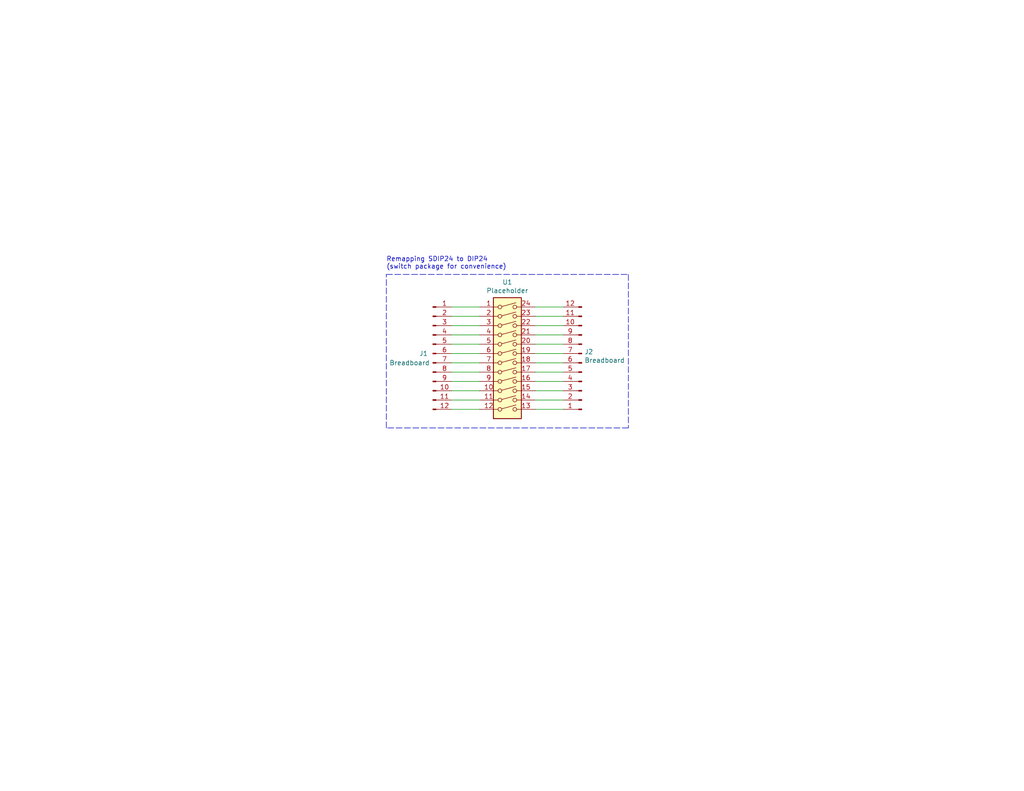
<source format=kicad_sch>
(kicad_sch (version 20211123) (generator eeschema)
  (paper "USLetter")
  (title_block (title "SDIP24 adapter") (date "2021-10-31") (rev "A") (company "Ben Owen"))
  (lib_symbols
    (symbol "Connector:Conn_01x12_Male" (pin_names (offset 1.016) hide)
      (property "Reference" "J" (at 0 15.24 0))
      (property "Value" "Conn_01x12_Male" (at 0 -17.78 0))
      (symbol "Conn_01x12_Male_1_1"
        (polyline (pts (xy 1.27 -15.24) (xy 0.8636 -15.24)) (stroke (width 0.1524)))
        (polyline (pts (xy 1.27 -12.7) (xy 0.8636 -12.7)) (stroke (width 0.1524)))
        (polyline (pts (xy 1.27 -10.16) (xy 0.8636 -10.16)) (stroke (width 0.1524)))
        (polyline (pts (xy 1.27 -7.62) (xy 0.8636 -7.62)) (stroke (width 0.1524)))
        (polyline (pts (xy 1.27 -5.08) (xy 0.8636 -5.08)) (stroke (width 0.1524)))
        (polyline (pts (xy 1.27 -2.54) (xy 0.8636 -2.54)) (stroke (width 0.1524)))
        (polyline (pts (xy 1.27 0) (xy 0.8636 0)) (stroke (width 0.1524)))
        (polyline (pts (xy 1.27 2.54) (xy 0.8636 2.54)) (stroke (width 0.1524)))
        (polyline (pts (xy 1.27 5.08) (xy 0.8636 5.08)) (stroke (width 0.1524)))
        (polyline (pts (xy 1.27 7.62) (xy 0.8636 7.62)) (stroke (width 0.1524)))
        (polyline (pts (xy 1.27 10.16) (xy 0.8636 10.16)) (stroke (width 0.1524)))
        (polyline (pts (xy 1.27 12.7) (xy 0.8636 12.7)) (stroke (width 0.1524)))
        (rectangle (start 0.8636 -15.113) (end 0 -15.367) (stroke (width 0.1524)) (fill (type outline)))
        (rectangle (start 0.8636 -12.573) (end 0 -12.827) (stroke (width 0.1524)) (fill (type outline)))
        (rectangle (start 0.8636 -10.033) (end 0 -10.287) (stroke (width 0.1524)) (fill (type outline)))
        (rectangle (start 0.8636 -7.493) (end 0 -7.747) (stroke (width 0.1524)) (fill (type outline)))
        (rectangle (start 0.8636 -4.953) (end 0 -5.207) (stroke (width 0.1524)) (fill (type outline)))
        (rectangle (start 0.8636 -2.413) (end 0 -2.667) (stroke (width 0.1524)) (fill (type outline)))
        (rectangle (start 0.8636 0.127) (end 0 -0.127) (stroke (width 0.1524)) (fill (type outline)))
        (rectangle (start 0.8636 2.667) (end 0 2.413) (stroke (width 0.1524)) (fill (type outline)))
        (rectangle (start 0.8636 5.207) (end 0 4.953) (stroke (width 0.1524)) (fill (type outline)))
        (rectangle (start 0.8636 7.747) (end 0 7.493) (stroke (width 0.1524)) (fill (type outline)))
        (rectangle (start 0.8636 10.287) (end 0 10.033) (stroke (width 0.1524)) (fill (type outline)))
        (rectangle (start 0.8636 12.827) (end 0 12.573) (stroke (width 0.1524)) (fill (type outline)))
        (pin passive line (at 5.08 12.7 180) (length 3.81) (name "Pin_1") (number "1"))
        (pin passive line (at 5.08 -10.16 180) (length 3.81) (name "Pin_10") (number "10"))
        (pin passive line (at 5.08 -12.7 180) (length 3.81) (name "Pin_11") (number "11"))
        (pin passive line (at 5.08 -15.24 180) (length 3.81) (name "Pin_12") (number "12"))
        (pin passive line (at 5.08 10.16 180) (length 3.81) (name "Pin_2") (number "2"))
        (pin passive line (at 5.08 7.62 180) (length 3.81) (name "Pin_3") (number "3"))
        (pin passive line (at 5.08 5.08 180) (length 3.81) (name "Pin_4") (number "4"))
        (pin passive line (at 5.08 2.54 180) (length 3.81) (name "Pin_5") (number "5"))
        (pin passive line (at 5.08 0 180) (length 3.81) (name "Pin_6") (number "6"))
        (pin passive line (at 5.08 -2.54 180) (length 3.81) (name "Pin_7") (number "7"))
        (pin passive line (at 5.08 -5.08 180) (length 3.81) (name "Pin_8") (number "8"))
        (pin passive line (at 5.08 -7.62 180) (length 3.81) (name "Pin_9") (number "9"))
      )
    )
    (symbol "Switch:SW_DIP_x12" (pin_names (offset 0) hide)
      (property "Reference" "SW" (at 0 19.05 0))
      (property "Value" "SW_DIP_x12" (at 0 -16.51 0))
      (symbol "SW_DIP_x12_0_0"
        (circle (center -2.032 -12.7) (radius 0.508))
        (circle (center -2.032 -10.16) (radius 0.508))
        (circle (center -2.032 -7.62) (radius 0.508))
        (circle (center -2.032 -5.08) (radius 0.508))
        (circle (center -2.032 -2.54) (radius 0.508))
        (circle (center -2.032 0) (radius 0.508))
        (circle (center -2.032 2.54) (radius 0.508))
        (circle (center -2.032 5.08) (radius 0.508))
        (circle (center -2.032 7.62) (radius 0.508))
        (circle (center -2.032 10.16) (radius 0.508))
        (circle (center -2.032 12.7) (radius 0.508))
        (circle (center -2.032 15.24) (radius 0.508))
        (polyline (pts (xy -1.524 -12.5476) (xy 2.3622 -11.5062)))
        (polyline (pts (xy -1.524 -10.0076) (xy 2.3622 -8.9662)))
        (polyline (pts (xy -1.524 -7.4676) (xy 2.3622 -6.4262)))
        (polyline (pts (xy -1.524 -4.9276) (xy 2.3622 -3.8862)))
        (polyline (pts (xy -1.524 -2.3876) (xy 2.3622 -1.3462)))
        (polyline (pts (xy -1.524 0.127) (xy 2.3622 1.1684)))
        (polyline (pts (xy -1.524 2.667) (xy 2.3622 3.7084)))
        (polyline (pts (xy -1.524 5.207) (xy 2.3622 6.2484)))
        (polyline (pts (xy -1.524 7.747) (xy 2.3622 8.7884)))
        (polyline (pts (xy -1.524 10.287) (xy 2.3622 11.3284)))
        (polyline (pts (xy -1.524 12.827) (xy 2.3622 13.8684)))
        (polyline (pts (xy -1.524 15.367) (xy 2.3622 16.4084)))
        (circle (center 2.032 -12.7) (radius 0.508))
        (circle (center 2.032 -10.16) (radius 0.508))
        (circle (center 2.032 -7.62) (radius 0.508))
        (circle (center 2.032 -5.08) (radius 0.508))
        (circle (center 2.032 -2.54) (radius 0.508))
        (circle (center 2.032 0) (radius 0.508))
        (circle (center 2.032 2.54) (radius 0.508))
        (circle (center 2.032 5.08) (radius 0.508))
        (circle (center 2.032 7.62) (radius 0.508))
        (circle (center 2.032 10.16) (radius 0.508))
        (circle (center 2.032 12.7) (radius 0.508))
        (circle (center 2.032 15.24) (radius 0.508))
      )
      (symbol "SW_DIP_x12_0_1"
        (rectangle (start -3.81 17.78) (end 3.81 -15.24) (stroke (width 0.254)) (fill (type background)))
      )
      (symbol "SW_DIP_x12_1_1"
        (pin passive line (at -7.62 15.24 0) (length 5.08) (name "~") (number "1"))
        (pin passive line (at -7.62 -7.62 0) (length 5.08) (name "~") (number "10"))
        (pin passive line (at -7.62 -10.16 0) (length 5.08) (name "~") (number "11"))
        (pin passive line (at -7.62 -12.7 0) (length 5.08) (name "~") (number "12"))
        (pin passive line (at 7.62 -12.7 180) (length 5.08) (name "~") (number "13"))
        (pin passive line (at 7.62 -10.16 180) (length 5.08) (name "~") (number "14"))
        (pin passive line (at 7.62 -7.62 180) (length 5.08) (name "~") (number "15"))
        (pin passive line (at 7.62 -5.08 180) (length 5.08) (name "~") (number "16"))
        (pin passive line (at 7.62 -2.54 180) (length 5.08) (name "~") (number "17"))
        (pin passive line (at 7.62 0 180) (length 5.08) (name "~") (number "18"))
        (pin passive line (at 7.62 2.54 180) (length 5.08) (name "~") (number "19"))
        (pin passive line (at -7.62 12.7 0) (length 5.08) (name "~") (number "2"))
        (pin passive line (at 7.62 5.08 180) (length 5.08) (name "~") (number "20"))
        (pin passive line (at 7.62 7.62 180) (length 5.08) (name "~") (number "21"))
        (pin passive line (at 7.62 10.16 180) (length 5.08) (name "~") (number "22"))
        (pin passive line (at 7.62 12.7 180) (length 5.08) (name "~") (number "23"))
        (pin passive line (at 7.62 15.24 180) (length 5.08) (name "~") (number "24"))
        (pin passive line (at -7.62 10.16 0) (length 5.08) (name "~") (number "3"))
        (pin passive line (at -7.62 7.62 0) (length 5.08) (name "~") (number "4"))
        (pin passive line (at -7.62 5.08 0) (length 5.08) (name "~") (number "5"))
        (pin passive line (at -7.62 2.54 0) (length 5.08) (name "~") (number "6"))
        (pin passive line (at -7.62 0 0) (length 5.08) (name "~") (number "7"))
        (pin passive line (at -7.62 -2.54 0) (length 5.08) (name "~") (number "8"))
        (pin passive line (at -7.62 -5.08 0) (length 5.08) (name "~") (number "9"))
      )
    )
  )
  (wire (pts (xy 123.19 96.52) (xy 130.81 96.52)))
  (wire (pts (xy 130.81 83.82) (xy 123.19 83.82)))
  (wire (pts (xy 146.05 106.68) (xy 153.67 106.68)))
  (wire (pts (xy 123.19 91.44) (xy 130.81 91.44)))
  (wire (pts (xy 123.19 106.68) (xy 130.81 106.68)))
  (wire (pts (xy 153.67 91.44) (xy 146.05 91.44)))
  (wire (pts (xy 146.05 111.76) (xy 153.67 111.76)))
  (wire (pts (xy 130.81 109.22) (xy 123.19 109.22)))
  (wire (pts (xy 153.67 99.06) (xy 146.05 99.06)))
  (polyline (pts (xy 105.41 116.84) (xy 105.41 74.93)))
  (wire (pts (xy 123.19 111.76) (xy 130.81 111.76)))
  (wire (pts (xy 153.67 86.36) (xy 146.05 86.36)))
  (wire (pts (xy 146.05 88.9) (xy 153.67 88.9)))
  (wire (pts (xy 123.19 88.9) (xy 130.81 88.9)))
  (wire (pts (xy 130.81 99.06) (xy 123.19 99.06)))
  (wire (pts (xy 146.05 93.98) (xy 153.67 93.98)))
  (wire (pts (xy 146.05 83.82) (xy 153.67 83.82)))
  (wire (pts (xy 153.67 96.52) (xy 146.05 96.52)))
  (wire (pts (xy 153.67 109.22) (xy 146.05 109.22)))
  (wire (pts (xy 153.67 104.14) (xy 146.05 104.14)))
  (wire (pts (xy 146.05 101.6) (xy 153.67 101.6)))
  (polyline (pts (xy 171.45 74.93) (xy 171.45 116.84)))
  (wire (pts (xy 123.19 86.36) (xy 130.81 86.36)))
  (wire (pts (xy 123.19 101.6) (xy 130.81 101.6)))
  (polyline (pts (xy 105.41 74.93) (xy 171.45 74.93)))
  (wire (pts (xy 130.81 93.98) (xy 123.19 93.98)))
  (polyline (pts (xy 171.45 116.84) (xy 105.41 116.84)))
  (wire (pts (xy 130.81 104.14) (xy 123.19 104.14)))
  (text "Remapping SDIP24 to DIP24\n(switch package for convenience)" (at 105.41 73.66 0) (effects (font (size 1.27 1.27)) (justify left bottom)))
  (symbol (lib_id "Switch:SW_DIP_x12") (at 138.43 99.06 0) (unit 1)
    (property "Reference" "U1" (at 138.43 77.0382 0))
    (property "Value" "Placeholder" (at 138.43 79.3496 0))
    (property "Footprint" "Package_SDIP:SDIP-24_W7.62mm" (effects hide))
    (property "manf#" "TB67H410NG" (effects hide))
    (property "digikey#" "TB67H410NG-ND" (effects hide))
  )
  (symbol (lib_id "Connector:Conn_01x12_Male") (at 118.11 96.52 0) (unit 1)
    (property "Reference" "J1" (at 115.57 96.52 0))
    (property "Value" "Breadboard" (at 111.76 99.06 0))
    (property "Footprint" "Connector_PinHeader_2.54mm:PinHeader_1x12_P2.54mm_Vertical" (effects hide))
    (property "manf#" "PH1-12-UA" (effects hide))
    (property "digikey#" "2057-PH1-12-UA-ND" (effects hide))
  )
  (symbol (lib_id "Connector:Conn_01x12_Male") (at 158.75 99.06 180) (unit 1)
    (property "Reference" "J2" (at 159.4612 96.0628 0) (effects (justify right)))
    (property "Value" "Breadboard" (at 159.4612 98.3742 0) (effects (justify right)))
    (property "Footprint" "Connector_PinHeader_2.54mm:PinHeader_1x12_P2.54mm_Vertical" (effects hide))
    (property "manf#" "PH1-12-UA" (effects hide))
    (property "digikey#" "2057-PH1-12-UA-ND" (effects hide))
  )
)
</source>
